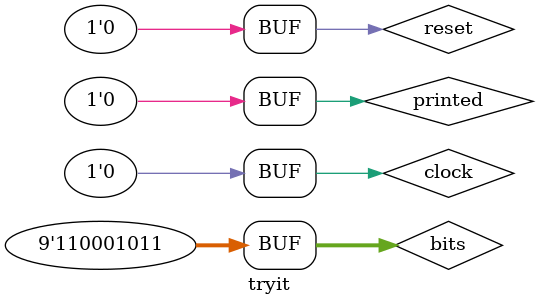
<source format=v>
`define N 280 // N = sum of moduli: 8*7*5 = 280
`define BITS8 [8:6] // Bit location of 8 modulus
`define BITS7 [5:3] // Bit location of 7 modulus
`define BITS5 [2:0] // Bit location of 5 modulus
`define N_BITS 9 // Number of bits in our RNS number
`define INT [31:0] // Using a 32 bit integer system

`define BITS 'b110001011 // Should result in 78

// Computes the partial result for each modulus residue
module residue(residue, done, b, modulus, clock, reset);
  // Input/output logic
  output reg `INT residue;
  output reg done; // Signals that the operation is complete
  input wire `INT b; // RNS bits
  input wire `INT modulus; // Which moduli to use for the RNS segment
  input clock;
  input reset; // Pulsed on when a new number is to be converted

  // Internal logic
  reg xiDone; // Signals when the modular inverse computation is done
  integer inverse; // Iterates through possible numbers for the modular inverse
  integer Ni; // Ni = N / modulus
  integer a; // Number used to find inverse calculation: a = Ni % modulus

  // Handle reset, turn off done signals and recompute variables
  always @(posedge reset) begin
    done <= 0;
    xiDone <= 0;
    inverse = 1;
    Ni = `N/modulus;
    a = (`N/modulus) % modulus;
  end

  // Handle computation logic on clock tick
  always @(posedge clock) begin
    // Continue calculating the xi modular inverse if it isn't complete yet
    if (xiDone == 0 && done == 0) begin
      if ((a*inverse) % modulus == 1) begin
        // Inverse has been found and stored in the inverse reg, set xiDone
        xiDone <= 1;
      end else if (inverse > 8) begin
        // No inverse found, set residue to 0
        residue <= 0;
        done <= 1;
      end else begin
        // Increment inverse for further checking
        inverse <= inverse + 1;
      end
    end

    // Inverse has been computed: now the final result can be computed
    if (xiDone == 1 && done == 0) begin
      residue <= inverse * b * Ni;
      done <= 1;
    end
  end
endmodule

// Converts a binary number to
module rnsToBinary(result, done, bits, clock, reset);
  output reg `INT result; // Integer result of RNS to decimal binary
  output reg done; // Signals that the computation is complete
  input wire [`N_BITS-1:0] bits;
  input clock;
  input reset; // Reset rising edge to clear the module for new number

  // Internal logic
  integer b8, b7, b5; // Residue bits
  integer mod8 = 8;
  integer mod7 = 7;
  integer mod5 = 5;
  wire `INT result8, result7, result5;
  wire done8, done7, done5;

  residue residue8(result8, done8, b8, mod8, clock, reset);
  residue residue7(result7, done7, b7, mod7, clock, reset);
  residue residue5(result5, done5, b5, mod5, clock, reset);

  // Handle reset signal
  always @(posedge reset) begin
    b8 = bits`BITS8;
    b7 = bits`BITS7;
    b5 = bits`BITS5;
    done <= 0;
  end

  // Wait for partial results of mod 8, 7, and 5 to be complete, then calculate
  // the final result as sum(residue results) % N
  always @(posedge clock) begin
    if (done8 && done7 && done5) begin
      result <= (result8 + result7 + result5) % `N;
      done <= 1;
    end
  end
endmodule

// Example of the rnsToBinary module working
module tryit;
  // Initializations
  wire [`N_BITS-1:0] bits = `BITS; // Bits in RNS representation
  reg clock;
  reg reset;
  reg printed = 0; // Used so that the result is only printed once
  wire `INT result;
  wire done; // Done signal

  rnsToBinary myRns(result, done, bits, clock, reset);

  initial begin
    clock = 0;
    reset = 1;
    #5 reset = 0;

    // Iterate through 50 clock cycles, print result
    repeat (100) begin
      #1 clock = ~clock;
      if (done && printed==0) begin
        $display("Result:", result);
        printed <= 1;
      end
    end
  end
endmodule

</source>
